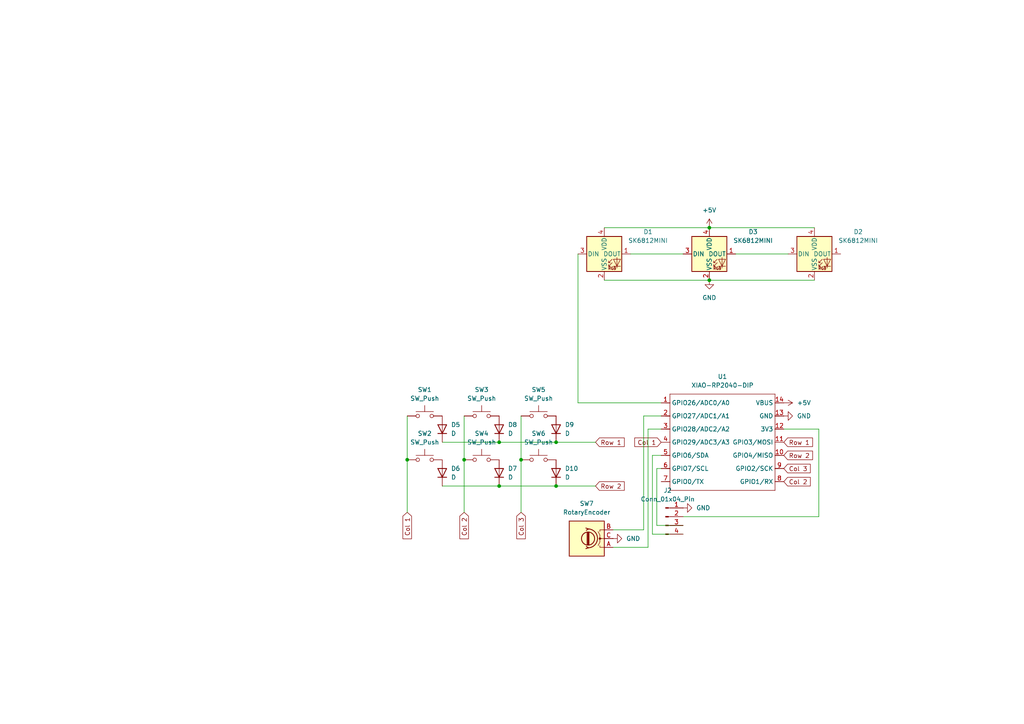
<source format=kicad_sch>
(kicad_sch (version 20250114) (generator "eeschema") (generator_version "9.0")
  (paper "A4")
  (lib_symbols
    (symbol "Connector:Conn_01x04_Pin" (pin_names (offset 1.016) (hide yes))
      (property "Reference" "J" (at 0 5.08 0))
      (property "Value" "Conn_01x04_Pin" (at 0 -7.62 0))
      (symbol "Conn_01x04_Pin_1_1"
        (rectangle (start 0.8636 2.667) (end 0 2.413) (stroke (width 0.1524)) (fill (type outline)))
        (rectangle (start 0.8636 0.127) (end 0 -0.127) (stroke (width 0.1524)) (fill (type outline)))
        (rectangle (start 0.8636 -2.413) (end 0 -2.667) (stroke (width 0.1524)) (fill (type outline)))
        (rectangle (start 0.8636 -4.953) (end 0 -5.207) (stroke (width 0.1524)) (fill (type outline)))
        (polyline (pts (xy 1.27 2.54) (xy 0.8636 2.54)) (stroke (width 0.1524)))
        (polyline (pts (xy 1.27 0) (xy 0.8636 0)) (stroke (width 0.1524)))
        (polyline (pts (xy 1.27 -2.54) (xy 0.8636 -2.54)) (stroke (width 0.1524)))
        (polyline (pts (xy 1.27 -5.08) (xy 0.8636 -5.08)) (stroke (width 0.1524)))
        (pin passive line (at 5.08 2.54 180) (length 3.81) (name "Pin_1") (number "1"))
        (pin passive line (at 5.08 0 180) (length 3.81) (name "Pin_2") (number "2"))
        (pin passive line (at 5.08 -2.54 180) (length 3.81) (name "Pin_3") (number "3"))
        (pin passive line (at 5.08 -5.08 180) (length 3.81) (name "Pin_4") (number "4"))
      )
    )
    (symbol "Device:D" (pin_numbers (hide yes)) (pin_names (offset 1.016) (hide yes))
      (property "Reference" "D" (at 0 2.54 0))
      (property "Value" "D" (at 0 -2.54 0))
      (symbol "D_0_1"
        (polyline (pts (xy -1.27 1.27) (xy -1.27 -1.27)) (stroke (width 0.254)))
        (polyline (pts (xy 1.27 1.27) (xy 1.27 -1.27) (xy -1.27 0) (xy 1.27 1.27)) (stroke (width 0.254)))
        (polyline (pts (xy 1.27 0) (xy -1.27 0)))
      )
      (symbol "D_1_1"
        (pin passive line (at -3.81 0 0) (length 2.54) (name "K") (number "1"))
        (pin passive line (at 3.81 0 180) (length 2.54) (name "A") (number "2"))
      )
    )
    (symbol "Device:RotaryEncoder" (pin_names (offset 0.254) (hide yes))
      (property "Reference" "SW" (at 0 6.604 0))
      (property "Value" "RotaryEncoder" (at 0 -6.604 0))
      (symbol "RotaryEncoder_0_1"
        (rectangle (start -5.08 5.08) (end 5.08 -5.08) (stroke (width 0.254)) (fill (type background)))
        (polyline (pts (xy -5.08 2.54) (xy -3.81 2.54) (xy -3.81 2.032)))
        (polyline (pts (xy -5.08 0) (xy -3.81 0) (xy -3.81 -1.016) (xy -3.302 -2.032)))
        (polyline (pts (xy -5.08 -2.54) (xy -3.81 -2.54) (xy -3.81 -2.032)))
        (polyline (pts (xy -4.318 0) (xy -3.81 0) (xy -3.81 1.016) (xy -3.302 2.032)))
        (circle (center -3.81 0) (radius 0.254) (fill (type outline)))
        (polyline (pts (xy -0.635 -1.778) (xy -0.635 1.778)) (stroke (width 0.254)))
        (circle (center -0.381 0) (radius 1.905) (stroke (width 0.254)))
        (polyline (pts (xy -0.381 -1.778) (xy -0.381 1.778)) (stroke (width 0.254)))
        (arc (start -0.381 -2.794) (mid -3.0988 -0.0635) (end -0.381 2.667) (stroke (width 0.254)))
        (polyline (pts (xy -0.127 1.778) (xy -0.127 -1.778)) (stroke (width 0.254)))
        (polyline (pts (xy 0.254 2.921) (xy -0.508 2.667) (xy 0.127 2.286)) (stroke (width 0.254)))
        (polyline (pts (xy 0.254 -3.048) (xy -0.508 -2.794) (xy 0.127 -2.413)) (stroke (width 0.254)))
      )
      (symbol "RotaryEncoder_1_1"
        (pin passive line (at -7.62 2.54 0) (length 2.54) (name "A") (number "A"))
        (pin passive line (at -7.62 0 0) (length 2.54) (name "C") (number "C"))
        (pin passive line (at -7.62 -2.54 0) (length 2.54) (name "B") (number "B"))
      )
    )
    (symbol "LED:SK6812MINI" (pin_names (offset 0.254))
      (property "Reference" "D" (at 5.08 5.715 0))
      (property "Value" "SK6812MINI" (at 1.27 -5.715 0))
      (symbol "SK6812MINI_0_0"
        (text "RGB" (at 2.286 -4.191 0) (effects (font (size 0.762 0.762))))
      )
      (symbol "SK6812MINI_0_1"
        (polyline (pts (xy 1.27 -2.54) (xy 1.778 -2.54)))
        (polyline (pts (xy 1.27 -3.556) (xy 1.778 -3.556)))
        (polyline (pts (xy 2.286 -1.524) (xy 1.27 -2.54) (xy 1.27 -2.032)))
        (polyline (pts (xy 2.286 -2.54) (xy 1.27 -3.556) (xy 1.27 -3.048)))
        (polyline (pts (xy 3.683 -1.016) (xy 3.683 -3.556) (xy 3.683 -4.064)))
        (polyline (pts (xy 4.699 -1.524) (xy 2.667 -1.524) (xy 3.683 -3.556) (xy 4.699 -1.524)))
        (polyline (pts (xy 4.699 -3.556) (xy 2.667 -3.556)))
        (rectangle (start 5.08 5.08) (end -5.08 -5.08) (stroke (width 0.254)) (fill (type background)))
      )
      (symbol "SK6812MINI_1_1"
        (pin input line (at -7.62 0 0) (length 2.54) (name "DIN") (number "3"))
        (pin power_in line (at 0 7.62 270) (length 2.54) (name "VDD") (number "4"))
        (pin power_in line (at 0 -7.62 90) (length 2.54) (name "VSS") (number "2"))
        (pin output line (at 7.62 0 180) (length 2.54) (name "DOUT") (number "1"))
      )
    )
    (symbol "OPL:XIAO-RP2040-DIP"
      (property "Reference" "U" (at 0 0 0))
      (property "Value" "XIAO-RP2040-DIP" (at 5.334 -1.778 0))
      (symbol "XIAO-RP2040-DIP_1_0"
        (polyline (pts (xy -1.27 -2.54) (xy 29.21 -2.54)) (stroke (width 0.1524)))
        (polyline (pts (xy -1.27 -5.08) (xy -2.54 -5.08)) (stroke (width 0.1524)))
        (polyline (pts (xy -1.27 -5.08) (xy -1.27 -2.54)) (stroke (width 0.1524)))
        (polyline (pts (xy -1.27 -8.89) (xy -2.54 -8.89)) (stroke (width 0.1524)))
        (polyline (pts (xy -1.27 -8.89) (xy -1.27 -5.08)) (stroke (width 0.1524)))
        (polyline (pts (xy -1.27 -12.7) (xy -2.54 -12.7)) (stroke (width 0.1524)))
        (polyline (pts (xy -1.27 -12.7) (xy -1.27 -8.89)) (stroke (width 0.1524)))
        (polyline (pts (xy -1.27 -16.51) (xy -2.54 -16.51)) (stroke (width 0.1524)))
        (polyline (pts (xy -1.27 -16.51) (xy -1.27 -12.7)) (stroke (width 0.1524)))
        (polyline (pts (xy -1.27 -20.32) (xy -2.54 -20.32)) (stroke (width 0.1524)))
        (polyline (pts (xy -1.27 -24.13) (xy -2.54 -24.13)) (stroke (width 0.1524)))
        (polyline (pts (xy -1.27 -27.94) (xy -2.54 -27.94)) (stroke (width 0.1524)))
        (polyline (pts (xy -1.27 -30.48) (xy -1.27 -16.51)) (stroke (width 0.1524)))
        (polyline (pts (xy 29.21 -2.54) (xy 29.21 -5.08)) (stroke (width 0.1524)))
        (polyline (pts (xy 29.21 -5.08) (xy 29.21 -8.89)) (stroke (width 0.1524)))
        (polyline (pts (xy 29.21 -8.89) (xy 29.21 -12.7)) (stroke (width 0.1524)))
        (polyline (pts (xy 29.21 -12.7) (xy 29.21 -30.48)) (stroke (width 0.1524)))
        (polyline (pts (xy 29.21 -30.48) (xy -1.27 -30.48)) (stroke (width 0.1524)))
        (polyline (pts (xy 30.48 -5.08) (xy 29.21 -5.08)) (stroke (width 0.1524)))
        (polyline (pts (xy 30.48 -8.89) (xy 29.21 -8.89)) (stroke (width 0.1524)))
        (polyline (pts (xy 30.48 -12.7) (xy 29.21 -12.7)) (stroke (width 0.1524)))
        (polyline (pts (xy 30.48 -16.51) (xy 29.21 -16.51)) (stroke (width 0.1524)))
        (polyline (pts (xy 30.48 -20.32) (xy 29.21 -20.32)) (stroke (width 0.1524)))
        (polyline (pts (xy 30.48 -24.13) (xy 29.21 -24.13)) (stroke (width 0.1524)))
        (polyline (pts (xy 30.48 -27.94) (xy 29.21 -27.94)) (stroke (width 0.1524)))
        (pin passive line (at -3.81 -5.08 0) (length 2.54) (name "GPIO26/ADC0/A0") (number "1"))
        (pin passive line (at -3.81 -8.89 0) (length 2.54) (name "GPIO27/ADC1/A1") (number "2"))
        (pin passive line (at -3.81 -12.7 0) (length 2.54) (name "GPIO28/ADC2/A2") (number "3"))
        (pin passive line (at -3.81 -16.51 0) (length 2.54) (name "GPIO29/ADC3/A3") (number "4"))
        (pin passive line (at -3.81 -20.32 0) (length 2.54) (name "GPIO6/SDA") (number "5"))
        (pin passive line (at -3.81 -24.13 0) (length 2.54) (name "GPIO7/SCL") (number "6"))
        (pin passive line (at -3.81 -27.94 0) (length 2.54) (name "GPIO0/TX") (number "7"))
        (pin passive line (at 31.75 -5.08 180) (length 2.54) (name "VBUS") (number "14"))
        (pin passive line (at 31.75 -8.89 180) (length 2.54) (name "GND") (number "13"))
        (pin passive line (at 31.75 -12.7 180) (length 2.54) (name "3V3") (number "12"))
        (pin passive line (at 31.75 -16.51 180) (length 2.54) (name "GPIO3/MOSI") (number "11"))
        (pin passive line (at 31.75 -20.32 180) (length 2.54) (name "GPIO4/MISO") (number "10"))
        (pin passive line (at 31.75 -24.13 180) (length 2.54) (name "GPIO2/SCK") (number "9"))
        (pin passive line (at 31.75 -27.94 180) (length 2.54) (name "GPIO1/RX") (number "8"))
      )
    )
    (symbol "Switch:SW_Push" (pin_numbers (hide yes)) (pin_names (offset 1.016) (hide yes))
      (property "Reference" "SW" (at 1.27 2.54 0))
      (property "Value" "SW_Push" (at 0 -1.524 0))
      (symbol "SW_Push_0_1"
        (circle (center -2.032 0) (radius 0.508))
        (polyline (pts (xy 0 1.27) (xy 0 3.048)))
        (circle (center 2.032 0) (radius 0.508))
        (polyline (pts (xy 2.54 1.27) (xy -2.54 1.27)))
        (pin passive line (at -5.08 0 0) (length 2.54) (name "1") (number "1"))
        (pin passive line (at 5.08 0 180) (length 2.54) (name "2") (number "2"))
      )
    )
    (symbol "power:+5V" (power) (pin_numbers (hide yes)) (pin_names (offset 0) (hide yes))
      (property "Value" "+5V" (at 0 3.556 0))
      (symbol "+5V_0_1"
        (polyline (pts (xy -0.762 1.27) (xy 0 2.54)))
        (polyline (pts (xy 0 2.54) (xy 0.762 1.27)))
        (polyline (pts (xy 0 0) (xy 0 2.54)))
      )
      (symbol "+5V_1_1"
        (pin power_in line (at 0 0 90) (length 0) (name "~") (number "1"))
      )
    )
    (symbol "power:GND" (power) (pin_numbers (hide yes)) (pin_names (offset 0) (hide yes))
      (property "Value" "GND" (at 0 -3.81 0))
      (symbol "GND_0_1"
        (polyline (pts (xy 0 0) (xy 0 -1.27) (xy 1.27 -1.27) (xy 0 -2.54) (xy -1.27 -1.27) (xy 0 -1.27)))
      )
      (symbol "GND_1_1"
        (pin power_in line (at 0 0 270) (length 0) (name "~") (number "1"))
      )
    )
  )
  (junction (at 144.78 140.97))
  (junction (at 144.78 128.27))
  (junction (at 118.11 133.35))
  (junction (at 205.74 81.28))
  (junction (at 134.62 133.35))
  (junction (at 161.29 128.27))
  (junction (at 205.74 66.04))
  (junction (at 151.13 133.35))
  (junction (at 161.29 140.97))
  (wire (pts (xy 237.49 124.46) (xy 227.33 124.46)))
  (wire (pts (xy 198.12 154.94) (xy 189.23 154.94)))
  (wire (pts (xy 151.13 133.35) (xy 151.13 148.59)))
  (wire (pts (xy 167.64 116.84) (xy 191.77 116.84)))
  (wire (pts (xy 189.23 132.08) (xy 191.77 132.08)))
  (wire (pts (xy 198.12 152.4) (xy 190.5 152.4)))
  (wire (pts (xy 182.88 73.66) (xy 198.12 73.66)))
  (wire (pts (xy 190.5 152.4) (xy 190.5 135.89)))
  (wire (pts (xy 187.96 124.46) (xy 191.77 124.46)))
  (wire (pts (xy 205.74 81.28) (xy 236.22 81.28)))
  (wire (pts (xy 198.12 149.86) (xy 237.49 149.86)))
  (wire (pts (xy 118.11 120.65) (xy 118.11 133.35)))
  (wire (pts (xy 187.96 158.75) (xy 187.96 124.46)))
  (wire (pts (xy 151.13 120.65) (xy 151.13 133.35)))
  (wire (pts (xy 128.27 128.27) (xy 144.78 128.27)))
  (wire (pts (xy 128.27 140.97) (xy 144.78 140.97)))
  (wire (pts (xy 118.11 133.35) (xy 118.11 148.59)))
  (wire (pts (xy 144.78 140.97) (xy 161.29 140.97)))
  (wire (pts (xy 134.62 133.35) (xy 134.62 148.59)))
  (wire (pts (xy 186.69 120.65) (xy 186.69 153.67)))
  (wire (pts (xy 161.29 128.27) (xy 172.72 128.27)))
  (wire (pts (xy 175.26 81.28) (xy 205.74 81.28)))
  (wire (pts (xy 134.62 120.65) (xy 134.62 133.35)))
  (wire (pts (xy 237.49 149.86) (xy 237.49 124.46)))
  (wire (pts (xy 205.74 66.04) (xy 236.22 66.04)))
  (wire (pts (xy 144.78 128.27) (xy 161.29 128.27)))
  (wire (pts (xy 177.8 153.67) (xy 186.69 153.67)))
  (wire (pts (xy 190.5 135.89) (xy 191.77 135.89)))
  (wire (pts (xy 167.64 73.66) (xy 167.64 116.84)))
  (wire (pts (xy 189.23 154.94) (xy 189.23 132.08)))
  (wire (pts (xy 161.29 140.97) (xy 172.72 140.97)))
  (wire (pts (xy 175.26 66.04) (xy 205.74 66.04)))
  (wire (pts (xy 213.36 73.66) (xy 228.6 73.66)))
  (wire (pts (xy 186.69 120.65) (xy 191.77 120.65)))
  (wire (pts (xy 177.8 158.75) (xy 187.96 158.75)))
  (global_label "Col 1" (shape input) (at 118.11 148.59 270) (property "Intersheetrefs" "${INTERSHEET_REFS}" (effects (hide yes))))
  (global_label "Col 3" (shape input) (at 227.33 135.89 0) (property "Intersheetrefs" "${INTERSHEET_REFS}" (effects (hide yes))))
  (global_label "Col 2" (shape input) (at 227.33 139.7 0) (property "Intersheetrefs" "${INTERSHEET_REFS}" (effects (hide yes))))
  (global_label "Col 2" (shape input) (at 134.62 148.59 270) (property "Intersheetrefs" "${INTERSHEET_REFS}" (effects (hide yes))))
  (global_label "Row 1" (shape input) (at 227.33 128.27 0) (property "Intersheetrefs" "${INTERSHEET_REFS}" (effects (hide yes))))
  (global_label "Row 1" (shape input) (at 172.72 128.27 0) (property "Intersheetrefs" "${INTERSHEET_REFS}" (effects (hide yes))))
  (global_label "Row 2" (shape input) (at 227.33 132.08 0) (property "Intersheetrefs" "${INTERSHEET_REFS}" (effects (hide yes))))
  (global_label "Col 3" (shape input) (at 151.13 148.59 270) (property "Intersheetrefs" "${INTERSHEET_REFS}" (effects (hide yes))))
  (global_label "Row 2" (shape input) (at 172.72 140.97 0) (property "Intersheetrefs" "${INTERSHEET_REFS}" (effects (hide yes))))
  (global_label "Col 1" (shape input) (at 191.77 128.27 180) (property "Intersheetrefs" "${INTERSHEET_REFS}" (effects (hide yes))))
  (symbol (lib_id "Device:D") (at 128.27 137.16 90) (unit 1)
    (property "Reference" "D6" (at 130.81 135.8899 90) (effects (justify right)))
    (property "Value" "D" (at 130.81 138.4299 90) (effects (justify right)))
    (property "Footprint" "Diode_THT:D_DO-35_SOD27_P7.62mm_Horizontal" (effects (hide yes)))
    (property "Description" "Diode" (effects (hide yes)))
    (property "Sim.Device" "D" (effects (hide yes)))
    (property "Sim.Pins" "1=K 2=A" (effects (hide yes)))
  )
  (symbol (lib_id "Device:D") (at 161.29 137.16 90) (unit 1)
    (property "Reference" "D10" (at 163.83 135.8899 90) (effects (justify right)))
    (property "Value" "D" (at 163.83 138.4299 90) (effects (justify right)))
    (property "Footprint" "Diode_THT:D_DO-35_SOD27_P7.62mm_Horizontal" (effects (hide yes)))
    (property "Description" "Diode" (effects (hide yes)))
    (property "Sim.Device" "D" (effects (hide yes)))
    (property "Sim.Pins" "1=K 2=A" (effects (hide yes)))
  )
  (symbol (lib_id "Switch:SW_Push") (at 139.7 120.65 0) (unit 1)
    (property "Reference" "SW3" (at 139.7 113.03 0))
    (property "Value" "SW_Push" (at 139.7 115.57 0))
    (property "Footprint" "Button_Switch_Keyboard:SW_Cherry_MX_1.00u_PCB" (effects (hide yes)))
    (property "Description" "Push button switch, generic, two pins" (effects (hide yes)))
  )
  (symbol (lib_id "power:GND") (at 177.8 156.21 90) (unit 1)
    (property "Reference" "#PWR01" (effects (hide yes)))
    (property "Value" "GND" (at 181.61 156.2099 90) (effects (justify right)))
    (property "Description" "Power symbol creates a global label with name \"GND\" , ground" (effects (hide yes)))
  )
  (symbol (lib_id "power:GND") (at 227.33 120.65 90) (unit 1)
    (property "Reference" "#PWR03" (effects (hide yes)))
    (property "Value" "GND" (at 231.14 120.6499 90) (effects (justify right)))
    (property "Description" "Power symbol creates a global label with name \"GND\" , ground" (effects (hide yes)))
  )
  (symbol (lib_id "power:+5V") (at 205.74 66.04 0) (unit 1)
    (property "Reference" "#PWR05" (effects (hide yes)))
    (property "Value" "+5V" (at 205.74 60.96 0))
    (property "Description" "Power symbol creates a global label with name \"+5V\"" (effects (hide yes)))
  )
  (symbol (lib_id "LED:SK6812MINI") (at 205.74 73.66 0) (unit 1)
    (property "Reference" "D3" (at 218.44 67.2398 0))
    (property "Value" "SK6812MINI" (at 218.44 69.7798 0))
    (property "Footprint" "LED_SMD:LED_SK6812MINI_PLCC4_3.5x3.5mm_P1.75mm" (effects (hide yes)))
    (property "Datasheet" "https://cdn-shop.adafruit.com/product-files/2686/SK6812MINI_REV.01-1-2.pdf" (effects (hide yes)))
    (property "Description" "RGB LED with integrated controller" (effects (hide yes)))
  )
  (symbol (lib_id "power:GND") (at 198.12 147.32 90) (unit 1)
    (property "Reference" "#PWR02" (effects (hide yes)))
    (property "Value" "GND" (at 201.93 147.3199 90) (effects (justify right)))
    (property "Description" "Power symbol creates a global label with name \"GND\" , ground" (effects (hide yes)))
  )
  (symbol (lib_id "Device:D") (at 144.78 124.46 90) (unit 1)
    (property "Reference" "D8" (at 147.32 123.1899 90) (effects (justify right)))
    (property "Value" "D" (at 147.32 125.7299 90) (effects (justify right)))
    (property "Footprint" "Diode_THT:D_DO-35_SOD27_P7.62mm_Horizontal" (effects (hide yes)))
    (property "Description" "Diode" (effects (hide yes)))
    (property "Sim.Device" "D" (effects (hide yes)))
    (property "Sim.Pins" "1=K 2=A" (effects (hide yes)))
  )
  (symbol (lib_id "Device:D") (at 161.29 124.46 90) (unit 1)
    (property "Reference" "D9" (at 163.83 123.1899 90) (effects (justify right)))
    (property "Value" "D" (at 163.83 125.7299 90) (effects (justify right)))
    (property "Footprint" "Diode_THT:D_DO-35_SOD27_P7.62mm_Horizontal" (effects (hide yes)))
    (property "Description" "Diode" (effects (hide yes)))
    (property "Sim.Device" "D" (effects (hide yes)))
    (property "Sim.Pins" "1=K 2=A" (effects (hide yes)))
  )
  (symbol (lib_id "Switch:SW_Push") (at 156.21 120.65 0) (unit 1)
    (property "Reference" "SW5" (at 156.21 113.03 0))
    (property "Value" "SW_Push" (at 156.21 115.57 0))
    (property "Footprint" "Button_Switch_Keyboard:SW_Cherry_MX_1.00u_PCB" (effects (hide yes)))
    (property "Description" "Push button switch, generic, two pins" (effects (hide yes)))
  )
  (symbol (lib_id "power:GND") (at 205.74 81.28 0) (unit 1)
    (property "Reference" "#PWR04" (effects (hide yes)))
    (property "Value" "GND" (at 205.74 86.36 0))
    (property "Description" "Power symbol creates a global label with name \"GND\" , ground" (effects (hide yes)))
  )
  (symbol (lib_id "Device:D") (at 128.27 124.46 90) (unit 1)
    (property "Reference" "D5" (at 130.81 123.1899 90) (effects (justify right)))
    (property "Value" "D" (at 130.81 125.7299 90) (effects (justify right)))
    (property "Footprint" "Diode_THT:D_DO-35_SOD27_P7.62mm_Horizontal" (effects (hide yes)))
    (property "Description" "Diode" (effects (hide yes)))
    (property "Sim.Device" "D" (effects (hide yes)))
    (property "Sim.Pins" "1=K 2=A" (effects (hide yes)))
  )
  (symbol (lib_id "Device:D") (at 144.78 137.16 90) (unit 1)
    (property "Reference" "D7" (at 147.32 135.8899 90) (effects (justify right)))
    (property "Value" "D" (at 147.32 138.4299 90) (effects (justify right)))
    (property "Footprint" "Diode_THT:D_DO-35_SOD27_P7.62mm_Horizontal" (effects (hide yes)))
    (property "Description" "Diode" (effects (hide yes)))
    (property "Sim.Device" "D" (effects (hide yes)))
    (property "Sim.Pins" "1=K 2=A" (effects (hide yes)))
  )
  (symbol (lib_id "Connector:Conn_01x04_Pin") (at 193.04 149.86 0) (unit 1)
    (property "Reference" "J2" (at 193.675 142.24 0))
    (property "Value" "Conn_01x04_Pin" (at 193.675 144.78 0))
    (property "Footprint" "self-made Library:SSD1306_0.96_Oled" (effects (hide yes)))
    (property "Description" "Generic connector, single row, 01x04, script generated" (effects (hide yes)))
  )
  (symbol (lib_id "Switch:SW_Push") (at 156.21 133.35 0) (unit 1)
    (property "Reference" "SW6" (at 156.21 125.73 0))
    (property "Value" "SW_Push" (at 156.21 128.27 0))
    (property "Footprint" "Button_Switch_Keyboard:SW_Cherry_MX_1.00u_PCB" (effects (hide yes)))
    (property "Description" "Push button switch, generic, two pins" (effects (hide yes)))
  )
  (symbol (lib_id "Switch:SW_Push") (at 139.7 133.35 0) (unit 1)
    (property "Reference" "SW4" (at 139.7 125.73 0))
    (property "Value" "SW_Push" (at 139.7 128.27 0))
    (property "Footprint" "Button_Switch_Keyboard:SW_Cherry_MX_1.00u_PCB" (effects (hide yes)))
    (property "Description" "Push button switch, generic, two pins" (effects (hide yes)))
  )
  (symbol (lib_id "Switch:SW_Push") (at 123.19 120.65 0) (unit 1)
    (property "Reference" "SW1" (at 123.19 113.03 0))
    (property "Value" "SW_Push" (at 123.19 115.57 0))
    (property "Footprint" "Button_Switch_Keyboard:SW_Cherry_MX_1.00u_PCB" (effects (hide yes)))
    (property "Description" "Push button switch, generic, two pins" (effects (hide yes)))
  )
  (symbol (lib_id "OPL:XIAO-RP2040-DIP") (at 195.58 111.76 0) (unit 1)
    (property "Reference" "U1" (at 209.55 109.22 0))
    (property "Value" "XIAO-RP2040-DIP" (at 209.55 111.76 0))
    (property "Footprint" "ScottoKeebs_MCU:Seeed_XIAO_RP2040" (effects (hide yes)))
  )
  (symbol (lib_id "power:+5V") (at 227.33 116.84 270) (unit 1)
    (property "Reference" "#PWR06" (effects (hide yes)))
    (property "Value" "+5V" (at 231.14 116.8399 90) (effects (justify left)))
    (property "Description" "Power symbol creates a global label with name \"+5V\"" (effects (hide yes)))
  )
  (symbol (lib_id "Switch:SW_Push") (at 123.19 133.35 0) (unit 1)
    (property "Reference" "SW2" (at 123.19 125.73 0))
    (property "Value" "SW_Push" (at 123.19 128.27 0))
    (property "Footprint" "Button_Switch_Keyboard:SW_Cherry_MX_1.00u_PCB" (effects (hide yes)))
    (property "Description" "Push button switch, generic, two pins" (effects (hide yes)))
  )
  (symbol (lib_id "LED:SK6812MINI") (at 236.22 73.66 0) (unit 1)
    (property "Reference" "D2" (at 248.92 67.2398 0))
    (property "Value" "SK6812MINI" (at 248.92 69.7798 0))
    (property "Footprint" "LED_SMD:LED_SK6812MINI_PLCC4_3.5x3.5mm_P1.75mm" (effects (hide yes)))
    (property "Datasheet" "https://cdn-shop.adafruit.com/product-files/2686/SK6812MINI_REV.01-1-2.pdf" (effects (hide yes)))
    (property "Description" "RGB LED with integrated controller" (effects (hide yes)))
  )
  (symbol (lib_id "LED:SK6812MINI") (at 175.26 73.66 0) (unit 1)
    (property "Reference" "D1" (at 187.96 67.2398 0))
    (property "Value" "SK6812MINI" (at 187.96 69.7798 0))
    (property "Footprint" "LED_SMD:LED_SK6812MINI_PLCC4_3.5x3.5mm_P1.75mm" (effects (hide yes)))
    (property "Datasheet" "https://cdn-shop.adafruit.com/product-files/2686/SK6812MINI_REV.01-1-2.pdf" (effects (hide yes)))
    (property "Description" "RGB LED with integrated controller" (effects (hide yes)))
  )
  (symbol (lib_id "Device:RotaryEncoder") (at 170.18 156.21 180) (unit 1)
    (property "Reference" "SW7" (at 170.18 146.05 0))
    (property "Value" "RotaryEncoder" (at 170.18 148.59 0))
    (property "Footprint" "Rotary_Encoder:RotaryEncoder_Alps_EC11E-Switch_Vertical_H20mm_CircularMountingHoles" (effects (hide yes)))
    (property "Description" "Rotary encoder, dual channel, incremental quadrate outputs" (effects (hide yes)))
  )
)
</source>
